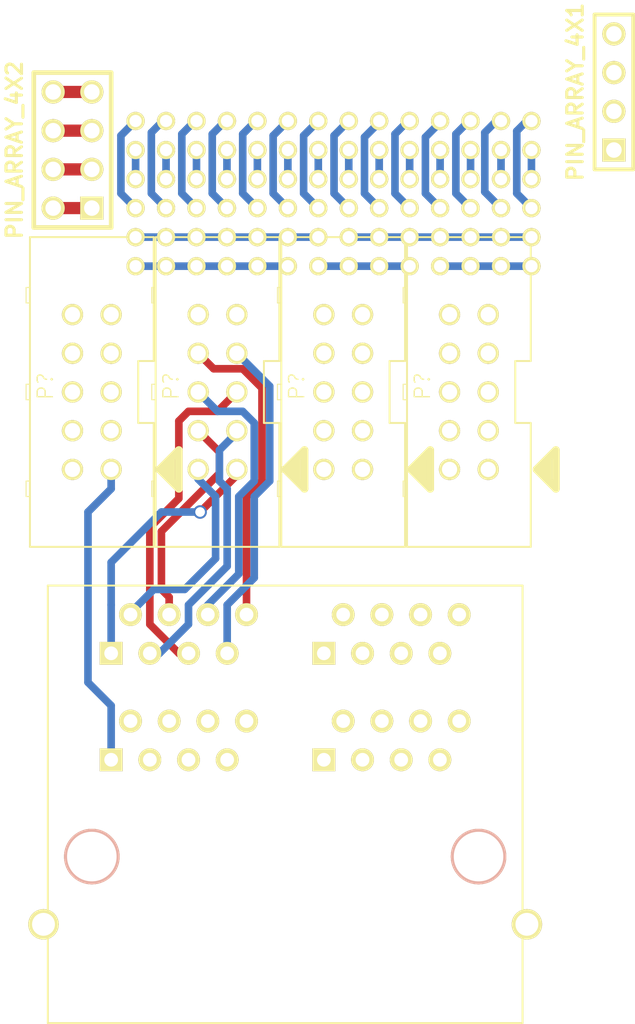
<source format=kicad_pcb>
(kicad_pcb (version 3) (host pcbnew "(2013-07-07 BZR 4022)-stable")

  (general
    (links 0)
    (no_connects 0)
    (area 91.8464 43.741623 135.4836 112.842501)
    (thickness 1.6)
    (drawings 0)
    (tracks 154)
    (zones 0)
    (modules 13)
    (nets 1)
  )

  (page A3)
  (layers
    (15 F.Cu signal)
    (0 B.Cu signal)
    (16 B.Adhes user)
    (17 F.Adhes user)
    (18 B.Paste user)
    (19 F.Paste user)
    (20 B.SilkS user)
    (21 F.SilkS user)
    (22 B.Mask user)
    (23 F.Mask user)
    (24 Dwgs.User user)
    (25 Cmts.User user)
    (26 Eco1.User user)
    (27 Eco2.User user)
    (28 Edge.Cuts user)
  )

  (setup
    (last_trace_width 0.5)
    (user_trace_width 0.5)
    (user_trace_width 0.8)
    (trace_clearance 0.254)
    (zone_clearance 0.508)
    (zone_45_only no)
    (trace_min 0.254)
    (segment_width 0.2)
    (edge_width 0.15)
    (via_size 0.889)
    (via_drill 0.635)
    (via_min_size 0.508)
    (via_min_drill 0.3)
    (user_via 0.508 0.3)
    (uvia_size 0.508)
    (uvia_drill 0.127)
    (uvias_allowed no)
    (uvia_min_size 0.508)
    (uvia_min_drill 0.127)
    (pcb_text_width 0.3)
    (pcb_text_size 1.5 1.5)
    (mod_edge_width 0.15)
    (mod_text_size 1.5 1.5)
    (mod_text_width 0.15)
    (pad_size 1.2 1.2)
    (pad_drill 0.8)
    (pad_to_mask_clearance 0.2)
    (aux_axis_origin 0 0)
    (visible_elements 7FFFFFFF)
    (pcbplotparams
      (layerselection 3178497)
      (usegerberextensions true)
      (excludeedgelayer true)
      (linewidth 0.100000)
      (plotframeref false)
      (viasonmask false)
      (mode 1)
      (useauxorigin false)
      (hpglpennumber 1)
      (hpglpenspeed 20)
      (hpglpendiameter 15)
      (hpglpenoverlay 2)
      (psnegative false)
      (psa4output false)
      (plotreference true)
      (plotvalue true)
      (plotothertext true)
      (plotinvisibletext false)
      (padsonsilk false)
      (subtractmaskfromsilk false)
      (outputformat 1)
      (mirror false)
      (drillshape 1)
      (scaleselection 1)
      (outputdirectory ""))
  )

  (net 0 "")

  (net_class Default "This is the default net class."
    (clearance 0.254)
    (trace_width 0.254)
    (via_dia 0.889)
    (via_drill 0.635)
    (uvia_dia 0.508)
    (uvia_drill 0.127)
    (add_net "")
  )

  (module FC_5X2   locked (layer F.Cu) (tedit 55464A84) (tstamp 5546A735)
    (at 106.045 71.12 90)
    (path FC_5X2)
    (attr virtual)
    (fp_text reference "" (at 3.81 -3.175 90) (layer F.SilkS) hide
      (effects (font (size 1 1) (thickness 0.0889)))
    )
    (fp_text value P? (at 0.381 -3.048 90) (layer F.SilkS)
      (effects (font (size 1.00076 1.00076) (thickness 0.0889)))
    )
    (fp_line (start -0.508 -4.064) (end 0.508 -4.064) (layer F.SilkS) (width 0.06604))
    (fp_line (start 0.508 -4.064) (end 0.508 -4.318) (layer F.SilkS) (width 0.06604))
    (fp_line (start -0.508 -4.318) (end 0.508 -4.318) (layer F.SilkS) (width 0.06604))
    (fp_line (start -0.508 -4.064) (end -0.508 -4.318) (layer F.SilkS) (width 0.06604))
    (fp_line (start -6.858 -4.064) (end -5.842 -4.064) (layer F.SilkS) (width 0.06604))
    (fp_line (start -5.842 -4.064) (end -5.842 -4.318) (layer F.SilkS) (width 0.06604))
    (fp_line (start -6.858 -4.318) (end -5.842 -4.318) (layer F.SilkS) (width 0.06604))
    (fp_line (start -6.858 -4.064) (end -6.858 -4.318) (layer F.SilkS) (width 0.06604))
    (fp_line (start 5.842 -4.064) (end 6.858 -4.064) (layer F.SilkS) (width 0.06604))
    (fp_line (start 6.858 -4.064) (end 6.858 -4.318) (layer F.SilkS) (width 0.06604))
    (fp_line (start 5.842 -4.318) (end 6.858 -4.318) (layer F.SilkS) (width 0.06604))
    (fp_line (start 5.842 -4.064) (end 5.842 -4.318) (layer F.SilkS) (width 0.06604))
    (fp_line (start 10.16 4.064) (end 10.16 -4.064) (layer F.SilkS) (width 0.127))
    (fp_line (start -10.16 -4.064) (end -10.16 4.064) (layer F.SilkS) (width 0.127))
    (fp_line (start -10.16 -4.064) (end 10.16 -4.064) (layer F.SilkS) (width 0.127))
    (fp_line (start 2.032 4.064) (end 2.032 3.048) (layer F.SilkS) (width 0.127))
    (fp_line (start 2.032 3.048) (end -2.032 3.048) (layer F.SilkS) (width 0.127))
    (fp_line (start -2.032 4.064) (end -2.032 3.048) (layer F.SilkS) (width 0.127))
    (fp_line (start 10.16 4.064) (end 2.032 4.064) (layer F.SilkS) (width 0.127))
    (fp_line (start -10.16 4.064) (end -2.032 4.064) (layer F.SilkS) (width 0.127))
    (fp_line (start -5.08 4.445) (end -6.35 5.715) (layer F.SilkS) (width 0.508))
    (fp_line (start -6.35 5.715) (end -3.81 5.715) (layer F.SilkS) (width 0.508))
    (fp_line (start -3.81 5.715) (end -5.08 4.445) (layer F.SilkS) (width 0.508))
    (fp_line (start -5.715 5.207) (end -4.445 5.207) (layer F.SilkS) (width 0.508))
    (fp_line (start -5.08 4.572) (end -5.08 4.953) (layer F.SilkS) (width 0.508))
    (pad 1 thru_hole circle (at -5.08 1.27 90) (size 1.397 2.794) (drill 0.99822)
      (layers *.Cu F.Paste F.SilkS F.Mask)
    )
    (pad 2 thru_hole circle (at -5.08 -1.27 90) (size 1.397 2.794) (drill 0.99822)
      (layers *.Cu F.Paste F.SilkS F.Mask)
    )
    (pad 3 thru_hole circle (at -2.54 1.27 90) (size 1.397 2.794) (drill 0.99822)
      (layers *.Cu F.Paste F.SilkS F.Mask)
    )
    (pad 4 thru_hole circle (at -2.54 -1.27 90) (size 1.397 2.794) (drill 0.99822)
      (layers *.Cu F.Paste F.SilkS F.Mask)
    )
    (pad 5 thru_hole circle (at 0 1.27 90) (size 1.397 2.794) (drill 0.99822)
      (layers *.Cu F.Paste F.SilkS F.Mask)
    )
    (pad 6 thru_hole circle (at 0 -1.27 90) (size 1.397 2.794) (drill 0.99822)
      (layers *.Cu F.Paste F.SilkS F.Mask)
    )
    (pad 7 thru_hole circle (at 2.54 1.27 90) (size 1.397 2.794) (drill 0.99822)
      (layers *.Cu F.Paste F.SilkS F.Mask)
    )
    (pad 8 thru_hole circle (at 2.54 -1.27 90) (size 1.397 2.794) (drill 0.99822)
      (layers *.Cu F.Paste F.SilkS F.Mask)
    )
    (pad 9 thru_hole circle (at 5.08 1.27 90) (size 1.397 2.794) (drill 0.99822)
      (layers *.Cu F.Paste F.SilkS F.Mask)
    )
    (pad 10 thru_hole circle (at 5.08 -1.27 90) (size 1.397 2.794) (drill 0.99822)
      (layers *.Cu F.Paste F.SilkS F.Mask)
    )
  )

  (module FC_5X2   locked (layer F.Cu) (tedit 55464A84) (tstamp 5546A782)
    (at 114.3 71.12 90)
    (path FC_5X2)
    (attr virtual)
    (fp_text reference "" (at 3.81 -3.175 90) (layer F.SilkS) hide
      (effects (font (size 1 1) (thickness 0.0889)))
    )
    (fp_text value P? (at 0.381 -3.048 90) (layer F.SilkS)
      (effects (font (size 1.00076 1.00076) (thickness 0.0889)))
    )
    (fp_line (start -0.508 -4.064) (end 0.508 -4.064) (layer F.SilkS) (width 0.06604))
    (fp_line (start 0.508 -4.064) (end 0.508 -4.318) (layer F.SilkS) (width 0.06604))
    (fp_line (start -0.508 -4.318) (end 0.508 -4.318) (layer F.SilkS) (width 0.06604))
    (fp_line (start -0.508 -4.064) (end -0.508 -4.318) (layer F.SilkS) (width 0.06604))
    (fp_line (start -6.858 -4.064) (end -5.842 -4.064) (layer F.SilkS) (width 0.06604))
    (fp_line (start -5.842 -4.064) (end -5.842 -4.318) (layer F.SilkS) (width 0.06604))
    (fp_line (start -6.858 -4.318) (end -5.842 -4.318) (layer F.SilkS) (width 0.06604))
    (fp_line (start -6.858 -4.064) (end -6.858 -4.318) (layer F.SilkS) (width 0.06604))
    (fp_line (start 5.842 -4.064) (end 6.858 -4.064) (layer F.SilkS) (width 0.06604))
    (fp_line (start 6.858 -4.064) (end 6.858 -4.318) (layer F.SilkS) (width 0.06604))
    (fp_line (start 5.842 -4.318) (end 6.858 -4.318) (layer F.SilkS) (width 0.06604))
    (fp_line (start 5.842 -4.064) (end 5.842 -4.318) (layer F.SilkS) (width 0.06604))
    (fp_line (start 10.16 4.064) (end 10.16 -4.064) (layer F.SilkS) (width 0.127))
    (fp_line (start -10.16 -4.064) (end -10.16 4.064) (layer F.SilkS) (width 0.127))
    (fp_line (start -10.16 -4.064) (end 10.16 -4.064) (layer F.SilkS) (width 0.127))
    (fp_line (start 2.032 4.064) (end 2.032 3.048) (layer F.SilkS) (width 0.127))
    (fp_line (start 2.032 3.048) (end -2.032 3.048) (layer F.SilkS) (width 0.127))
    (fp_line (start -2.032 4.064) (end -2.032 3.048) (layer F.SilkS) (width 0.127))
    (fp_line (start 10.16 4.064) (end 2.032 4.064) (layer F.SilkS) (width 0.127))
    (fp_line (start -10.16 4.064) (end -2.032 4.064) (layer F.SilkS) (width 0.127))
    (fp_line (start -5.08 4.445) (end -6.35 5.715) (layer F.SilkS) (width 0.508))
    (fp_line (start -6.35 5.715) (end -3.81 5.715) (layer F.SilkS) (width 0.508))
    (fp_line (start -3.81 5.715) (end -5.08 4.445) (layer F.SilkS) (width 0.508))
    (fp_line (start -5.715 5.207) (end -4.445 5.207) (layer F.SilkS) (width 0.508))
    (fp_line (start -5.08 4.572) (end -5.08 4.953) (layer F.SilkS) (width 0.508))
    (pad 1 thru_hole circle (at -5.08 1.27 90) (size 1.397 2.794) (drill 0.99822)
      (layers *.Cu F.Paste F.SilkS F.Mask)
    )
    (pad 2 thru_hole circle (at -5.08 -1.27 90) (size 1.397 2.794) (drill 0.99822)
      (layers *.Cu F.Paste F.SilkS F.Mask)
    )
    (pad 3 thru_hole circle (at -2.54 1.27 90) (size 1.397 2.794) (drill 0.99822)
      (layers *.Cu F.Paste F.SilkS F.Mask)
    )
    (pad 4 thru_hole circle (at -2.54 -1.27 90) (size 1.397 2.794) (drill 0.99822)
      (layers *.Cu F.Paste F.SilkS F.Mask)
    )
    (pad 5 thru_hole circle (at 0 1.27 90) (size 1.397 2.794) (drill 0.99822)
      (layers *.Cu F.Paste F.SilkS F.Mask)
    )
    (pad 6 thru_hole circle (at 0 -1.27 90) (size 1.397 2.794) (drill 0.99822)
      (layers *.Cu F.Paste F.SilkS F.Mask)
    )
    (pad 7 thru_hole circle (at 2.54 1.27 90) (size 1.397 2.794) (drill 0.99822)
      (layers *.Cu F.Paste F.SilkS F.Mask)
    )
    (pad 8 thru_hole circle (at 2.54 -1.27 90) (size 1.397 2.794) (drill 0.99822)
      (layers *.Cu F.Paste F.SilkS F.Mask)
    )
    (pad 9 thru_hole circle (at 5.08 1.27 90) (size 1.397 2.794) (drill 0.99822)
      (layers *.Cu F.Paste F.SilkS F.Mask)
    )
    (pad 10 thru_hole circle (at 5.08 -1.27 90) (size 1.397 2.794) (drill 0.99822)
      (layers *.Cu F.Paste F.SilkS F.Mask)
    )
  )

  (module FC_5X2   locked (layer F.Cu) (tedit 55464A84) (tstamp 5546A7CF)
    (at 97.79 71.12 90)
    (path FC_5X2)
    (attr virtual)
    (fp_text reference "" (at 3.81 -3.175 90) (layer F.SilkS) hide
      (effects (font (size 1 1) (thickness 0.0889)))
    )
    (fp_text value P? (at 0.381 -3.048 90) (layer F.SilkS)
      (effects (font (size 1.00076 1.00076) (thickness 0.0889)))
    )
    (fp_line (start -0.508 -4.064) (end 0.508 -4.064) (layer F.SilkS) (width 0.06604))
    (fp_line (start 0.508 -4.064) (end 0.508 -4.318) (layer F.SilkS) (width 0.06604))
    (fp_line (start -0.508 -4.318) (end 0.508 -4.318) (layer F.SilkS) (width 0.06604))
    (fp_line (start -0.508 -4.064) (end -0.508 -4.318) (layer F.SilkS) (width 0.06604))
    (fp_line (start -6.858 -4.064) (end -5.842 -4.064) (layer F.SilkS) (width 0.06604))
    (fp_line (start -5.842 -4.064) (end -5.842 -4.318) (layer F.SilkS) (width 0.06604))
    (fp_line (start -6.858 -4.318) (end -5.842 -4.318) (layer F.SilkS) (width 0.06604))
    (fp_line (start -6.858 -4.064) (end -6.858 -4.318) (layer F.SilkS) (width 0.06604))
    (fp_line (start 5.842 -4.064) (end 6.858 -4.064) (layer F.SilkS) (width 0.06604))
    (fp_line (start 6.858 -4.064) (end 6.858 -4.318) (layer F.SilkS) (width 0.06604))
    (fp_line (start 5.842 -4.318) (end 6.858 -4.318) (layer F.SilkS) (width 0.06604))
    (fp_line (start 5.842 -4.064) (end 5.842 -4.318) (layer F.SilkS) (width 0.06604))
    (fp_line (start 10.16 4.064) (end 10.16 -4.064) (layer F.SilkS) (width 0.127))
    (fp_line (start -10.16 -4.064) (end -10.16 4.064) (layer F.SilkS) (width 0.127))
    (fp_line (start -10.16 -4.064) (end 10.16 -4.064) (layer F.SilkS) (width 0.127))
    (fp_line (start 2.032 4.064) (end 2.032 3.048) (layer F.SilkS) (width 0.127))
    (fp_line (start 2.032 3.048) (end -2.032 3.048) (layer F.SilkS) (width 0.127))
    (fp_line (start -2.032 4.064) (end -2.032 3.048) (layer F.SilkS) (width 0.127))
    (fp_line (start 10.16 4.064) (end 2.032 4.064) (layer F.SilkS) (width 0.127))
    (fp_line (start -10.16 4.064) (end -2.032 4.064) (layer F.SilkS) (width 0.127))
    (fp_line (start -5.08 4.445) (end -6.35 5.715) (layer F.SilkS) (width 0.508))
    (fp_line (start -6.35 5.715) (end -3.81 5.715) (layer F.SilkS) (width 0.508))
    (fp_line (start -3.81 5.715) (end -5.08 4.445) (layer F.SilkS) (width 0.508))
    (fp_line (start -5.715 5.207) (end -4.445 5.207) (layer F.SilkS) (width 0.508))
    (fp_line (start -5.08 4.572) (end -5.08 4.953) (layer F.SilkS) (width 0.508))
    (pad 1 thru_hole circle (at -5.08 1.27 90) (size 1.397 2.794) (drill 0.99822)
      (layers *.Cu F.Paste F.SilkS F.Mask)
    )
    (pad 2 thru_hole circle (at -5.08 -1.27 90) (size 1.397 2.794) (drill 0.99822)
      (layers *.Cu F.Paste F.SilkS F.Mask)
    )
    (pad 3 thru_hole circle (at -2.54 1.27 90) (size 1.397 2.794) (drill 0.99822)
      (layers *.Cu F.Paste F.SilkS F.Mask)
    )
    (pad 4 thru_hole circle (at -2.54 -1.27 90) (size 1.397 2.794) (drill 0.99822)
      (layers *.Cu F.Paste F.SilkS F.Mask)
    )
    (pad 5 thru_hole circle (at 0 1.27 90) (size 1.397 2.794) (drill 0.99822)
      (layers *.Cu F.Paste F.SilkS F.Mask)
    )
    (pad 6 thru_hole circle (at 0 -1.27 90) (size 1.397 2.794) (drill 0.99822)
      (layers *.Cu F.Paste F.SilkS F.Mask)
    )
    (pad 7 thru_hole circle (at 2.54 1.27 90) (size 1.397 2.794) (drill 0.99822)
      (layers *.Cu F.Paste F.SilkS F.Mask)
    )
    (pad 8 thru_hole circle (at 2.54 -1.27 90) (size 1.397 2.794) (drill 0.99822)
      (layers *.Cu F.Paste F.SilkS F.Mask)
    )
    (pad 9 thru_hole circle (at 5.08 1.27 90) (size 1.397 2.794) (drill 0.99822)
      (layers *.Cu F.Paste F.SilkS F.Mask)
    )
    (pad 10 thru_hole circle (at 5.08 -1.27 90) (size 1.397 2.794) (drill 0.99822)
      (layers *.Cu F.Paste F.SilkS F.Mask)
    )
  )

  (module FC_5X2   locked (layer F.Cu) (tedit 55464A84) (tstamp 5546A81C)
    (at 122.555 71.12 90)
    (path FC_5X2)
    (attr virtual)
    (fp_text reference "" (at 3.81 -3.175 90) (layer F.SilkS) hide
      (effects (font (size 1 1) (thickness 0.0889)))
    )
    (fp_text value P? (at 0.381 -3.048 90) (layer F.SilkS)
      (effects (font (size 1.00076 1.00076) (thickness 0.0889)))
    )
    (fp_line (start -0.508 -4.064) (end 0.508 -4.064) (layer F.SilkS) (width 0.06604))
    (fp_line (start 0.508 -4.064) (end 0.508 -4.318) (layer F.SilkS) (width 0.06604))
    (fp_line (start -0.508 -4.318) (end 0.508 -4.318) (layer F.SilkS) (width 0.06604))
    (fp_line (start -0.508 -4.064) (end -0.508 -4.318) (layer F.SilkS) (width 0.06604))
    (fp_line (start -6.858 -4.064) (end -5.842 -4.064) (layer F.SilkS) (width 0.06604))
    (fp_line (start -5.842 -4.064) (end -5.842 -4.318) (layer F.SilkS) (width 0.06604))
    (fp_line (start -6.858 -4.318) (end -5.842 -4.318) (layer F.SilkS) (width 0.06604))
    (fp_line (start -6.858 -4.064) (end -6.858 -4.318) (layer F.SilkS) (width 0.06604))
    (fp_line (start 5.842 -4.064) (end 6.858 -4.064) (layer F.SilkS) (width 0.06604))
    (fp_line (start 6.858 -4.064) (end 6.858 -4.318) (layer F.SilkS) (width 0.06604))
    (fp_line (start 5.842 -4.318) (end 6.858 -4.318) (layer F.SilkS) (width 0.06604))
    (fp_line (start 5.842 -4.064) (end 5.842 -4.318) (layer F.SilkS) (width 0.06604))
    (fp_line (start 10.16 4.064) (end 10.16 -4.064) (layer F.SilkS) (width 0.127))
    (fp_line (start -10.16 -4.064) (end -10.16 4.064) (layer F.SilkS) (width 0.127))
    (fp_line (start -10.16 -4.064) (end 10.16 -4.064) (layer F.SilkS) (width 0.127))
    (fp_line (start 2.032 4.064) (end 2.032 3.048) (layer F.SilkS) (width 0.127))
    (fp_line (start 2.032 3.048) (end -2.032 3.048) (layer F.SilkS) (width 0.127))
    (fp_line (start -2.032 4.064) (end -2.032 3.048) (layer F.SilkS) (width 0.127))
    (fp_line (start 10.16 4.064) (end 2.032 4.064) (layer F.SilkS) (width 0.127))
    (fp_line (start -10.16 4.064) (end -2.032 4.064) (layer F.SilkS) (width 0.127))
    (fp_line (start -5.08 4.445) (end -6.35 5.715) (layer F.SilkS) (width 0.508))
    (fp_line (start -6.35 5.715) (end -3.81 5.715) (layer F.SilkS) (width 0.508))
    (fp_line (start -3.81 5.715) (end -5.08 4.445) (layer F.SilkS) (width 0.508))
    (fp_line (start -5.715 5.207) (end -4.445 5.207) (layer F.SilkS) (width 0.508))
    (fp_line (start -5.08 4.572) (end -5.08 4.953) (layer F.SilkS) (width 0.508))
    (pad 1 thru_hole circle (at -5.08 1.27 90) (size 1.397 2.794) (drill 0.99822)
      (layers *.Cu F.Paste F.SilkS F.Mask)
    )
    (pad 2 thru_hole circle (at -5.08 -1.27 90) (size 1.397 2.794) (drill 0.99822)
      (layers *.Cu F.Paste F.SilkS F.Mask)
    )
    (pad 3 thru_hole circle (at -2.54 1.27 90) (size 1.397 2.794) (drill 0.99822)
      (layers *.Cu F.Paste F.SilkS F.Mask)
    )
    (pad 4 thru_hole circle (at -2.54 -1.27 90) (size 1.397 2.794) (drill 0.99822)
      (layers *.Cu F.Paste F.SilkS F.Mask)
    )
    (pad 5 thru_hole circle (at 0 1.27 90) (size 1.397 2.794) (drill 0.99822)
      (layers *.Cu F.Paste F.SilkS F.Mask)
    )
    (pad 6 thru_hole circle (at 0 -1.27 90) (size 1.397 2.794) (drill 0.99822)
      (layers *.Cu F.Paste F.SilkS F.Mask)
    )
    (pad 7 thru_hole circle (at 2.54 1.27 90) (size 1.397 2.794) (drill 0.99822)
      (layers *.Cu F.Paste F.SilkS F.Mask)
    )
    (pad 8 thru_hole circle (at 2.54 -1.27 90) (size 1.397 2.794) (drill 0.99822)
      (layers *.Cu F.Paste F.SilkS F.Mask)
    )
    (pad 9 thru_hole circle (at 5.08 1.27 90) (size 1.397 2.794) (drill 0.99822)
      (layers *.Cu F.Paste F.SilkS F.Mask)
    )
    (pad 10 thru_hole circle (at 5.08 -1.27 90) (size 1.397 2.794) (drill 0.99822)
      (layers *.Cu F.Paste F.SilkS F.Mask)
    )
  )

  (module RJ45_2X2   locked (layer F.Cu) (tedit 554251B7) (tstamp 55470EEA)
    (at 110.49 99.06)
    (tags RJ45_2X2)
    (path /534EB5C5)
    (fp_text reference J? (at 0.254 4.826) (layer F.SilkS) hide
      (effects (font (size 1.524 1.524) (thickness 0.3048)))
    )
    (fp_text value RJ45_2x2 (at 0.14224 -0.1016) (layer F.SilkS) hide
      (effects (font (size 1.00076 1.00076) (thickness 0.2032)))
    )
    (fp_line (start -15.59 13.465) (end 15.59 13.465) (layer F.SilkS) (width 0.127))
    (fp_line (start 15.59 13.465) (end 15.59 -15.24) (layer F.SilkS) (width 0.127))
    (fp_line (start 15.59 -15.24) (end -15.59 -15.24) (layer F.SilkS) (width 0.127))
    (fp_line (start -15.59 -15.24) (end -15.59 13.465) (layer F.SilkS) (width 0.127))
    (pad 1 thru_hole rect (at -11.43 -10.795) (size 1.50114 1.50114) (drill 0.89916)
      (layers *.Cu *.Mask F.SilkS)
    )
    (pad 2 thru_hole circle (at -10.16 -13.335) (size 1.50114 1.50114) (drill 0.89916)
      (layers *.Cu *.Mask F.SilkS)
    )
    (pad 3 thru_hole circle (at -8.89 -10.795) (size 1.50114 1.50114) (drill 0.89916)
      (layers *.Cu *.Mask F.SilkS)
    )
    (pad 4 thru_hole circle (at -7.62 -13.335) (size 1.50114 1.50114) (drill 0.89916)
      (layers *.Cu *.Mask F.SilkS)
    )
    (pad 5 thru_hole circle (at -6.35 -10.795) (size 1.50114 1.50114) (drill 0.89916)
      (layers *.Cu *.Mask F.SilkS)
    )
    (pad 6 thru_hole circle (at -5.08 -13.335) (size 1.50114 1.50114) (drill 0.89916)
      (layers *.Cu *.Mask F.SilkS)
    )
    (pad 7 thru_hole circle (at -3.81 -10.795) (size 1.50114 1.50114) (drill 0.89916)
      (layers *.Cu *.Mask F.SilkS)
    )
    (pad 8 thru_hole circle (at -2.54 -13.335) (size 1.50114 1.50114) (drill 0.89916)
      (layers *.Cu *.Mask F.SilkS)
    )
    (pad 9 thru_hole rect (at -11.43 -3.81) (size 1.50114 1.50114) (drill 0.89916)
      (layers *.Cu *.Mask F.SilkS)
    )
    (pad 10 thru_hole circle (at -10.16 -6.35) (size 1.50114 1.50114) (drill 0.89916)
      (layers *.Cu *.Mask F.SilkS)
    )
    (pad 11 thru_hole circle (at -8.89 -3.81) (size 1.50114 1.50114) (drill 0.89916)
      (layers *.Cu *.Mask F.SilkS)
    )
    (pad 12 thru_hole circle (at -7.62 -6.35) (size 1.50114 1.50114) (drill 0.89916)
      (layers *.Cu *.Mask F.SilkS)
    )
    (pad 13 thru_hole circle (at -6.35 -3.81) (size 1.50114 1.50114) (drill 0.89916)
      (layers *.Cu *.Mask F.SilkS)
    )
    (pad 14 thru_hole circle (at -5.08 -6.35) (size 1.50114 1.50114) (drill 0.89916)
      (layers *.Cu *.Mask F.SilkS)
    )
    (pad 15 thru_hole circle (at -3.81 -3.81) (size 1.50114 1.50114) (drill 0.89916)
      (layers *.Cu *.Mask F.SilkS)
    )
    (pad 16 thru_hole circle (at -2.54 -6.35) (size 1.50114 1.50114) (drill 0.89916)
      (layers *.Cu *.Mask F.SilkS)
    )
    (pad 17 thru_hole rect (at 2.54 -10.795) (size 1.50114 1.50114) (drill 0.89916)
      (layers *.Cu *.Mask F.SilkS)
    )
    (pad 18 thru_hole circle (at 3.81 -13.335) (size 1.50114 1.50114) (drill 0.89916)
      (layers *.Cu *.Mask F.SilkS)
    )
    (pad 19 thru_hole circle (at 5.08 -10.795) (size 1.50114 1.50114) (drill 0.89916)
      (layers *.Cu *.Mask F.SilkS)
    )
    (pad 20 thru_hole circle (at 6.35 -13.335) (size 1.50114 1.50114) (drill 0.89916)
      (layers *.Cu *.Mask F.SilkS)
    )
    (pad 21 thru_hole circle (at 7.62 -10.795) (size 1.50114 1.50114) (drill 0.89916)
      (layers *.Cu *.Mask F.SilkS)
    )
    (pad 22 thru_hole circle (at 8.89 -13.335) (size 1.50114 1.50114) (drill 0.89916)
      (layers *.Cu *.Mask F.SilkS)
    )
    (pad 23 thru_hole circle (at 10.16 -10.795) (size 1.50114 1.50114) (drill 0.89916)
      (layers *.Cu *.Mask F.SilkS)
    )
    (pad 24 thru_hole circle (at 11.43 -13.335) (size 1.50114 1.50114) (drill 0.89916)
      (layers *.Cu *.Mask F.SilkS)
    )
    (pad 25 thru_hole rect (at 2.54 -3.81) (size 1.50114 1.50114) (drill 0.89916)
      (layers *.Cu *.Mask F.SilkS)
    )
    (pad 26 thru_hole circle (at 3.81 -6.35) (size 1.50114 1.50114) (drill 0.89916)
      (layers *.Cu *.Mask F.SilkS)
    )
    (pad 27 thru_hole circle (at 5.08 -3.81) (size 1.50114 1.50114) (drill 0.89916)
      (layers *.Cu *.Mask F.SilkS)
    )
    (pad 28 thru_hole circle (at 6.35 -6.35) (size 1.50114 1.50114) (drill 0.89916)
      (layers *.Cu *.Mask F.SilkS)
    )
    (pad 29 thru_hole circle (at 7.62 -3.81) (size 1.50114 1.50114) (drill 0.89916)
      (layers *.Cu *.Mask F.SilkS)
    )
    (pad 30 thru_hole circle (at 8.89 -6.35) (size 1.50114 1.50114) (drill 0.89916)
      (layers *.Cu *.Mask F.SilkS)
    )
    (pad 31 thru_hole circle (at 10.16 -3.81) (size 1.50114 1.50114) (drill 0.89916)
      (layers *.Cu *.Mask F.SilkS)
    )
    (pad 32 thru_hole circle (at 11.43 -6.35) (size 1.50114 1.50114) (drill 0.89916)
      (layers *.Cu *.Mask F.SilkS)
    )
    (pad 33 thru_hole circle (at -15.875 6.985) (size 2 2) (drill 1.5)
      (layers *.Cu *.Mask F.SilkS)
    )
    (pad 34 thru_hole circle (at 15.875 6.985) (size 2 2) (drill 1.5)
      (layers *.Cu *.Mask F.SilkS)
    )
    (pad Hole np_thru_hole circle (at 12.7 2.54) (size 3.64998 3.64998) (drill 3.2512)
      (layers *.Cu *.SilkS *.Mask)
    )
    (pad Hole np_thru_hole circle (at -12.7 2.54) (size 3.64998 3.64998) (drill 3.2512)
      (layers *.Cu *.SilkS *.Mask)
    )
  )

  (module pin_array_4x2 (layer F.Cu) (tedit 3FAB90E6) (tstamp 5547AFB3)
    (at 96.52 55.245 90)
    (descr "Double rangee de contacts 2 x 4 pins")
    (tags CONN)
    (fp_text reference PIN_ARRAY_4X2 (at 0 -3.81 90) (layer F.SilkS)
      (effects (font (size 1.016 1.016) (thickness 0.2032)))
    )
    (fp_text value Val** (at 0 3.81 90) (layer F.SilkS) hide
      (effects (font (size 1.016 1.016) (thickness 0.2032)))
    )
    (fp_line (start -5.08 -2.54) (end 5.08 -2.54) (layer F.SilkS) (width 0.3048))
    (fp_line (start 5.08 -2.54) (end 5.08 2.54) (layer F.SilkS) (width 0.3048))
    (fp_line (start 5.08 2.54) (end -5.08 2.54) (layer F.SilkS) (width 0.3048))
    (fp_line (start -5.08 2.54) (end -5.08 -2.54) (layer F.SilkS) (width 0.3048))
    (pad 1 thru_hole rect (at -3.81 1.27 90) (size 1.524 1.524) (drill 1.016)
      (layers *.Cu *.Mask F.SilkS)
    )
    (pad 2 thru_hole circle (at -3.81 -1.27 90) (size 1.524 1.524) (drill 1.016)
      (layers *.Cu *.Mask F.SilkS)
    )
    (pad 3 thru_hole circle (at -1.27 1.27 90) (size 1.524 1.524) (drill 1.016)
      (layers *.Cu *.Mask F.SilkS)
    )
    (pad 4 thru_hole circle (at -1.27 -1.27 90) (size 1.524 1.524) (drill 1.016)
      (layers *.Cu *.Mask F.SilkS)
    )
    (pad 5 thru_hole circle (at 1.27 1.27 90) (size 1.524 1.524) (drill 1.016)
      (layers *.Cu *.Mask F.SilkS)
    )
    (pad 6 thru_hole circle (at 1.27 -1.27 90) (size 1.524 1.524) (drill 1.016)
      (layers *.Cu *.Mask F.SilkS)
    )
    (pad 7 thru_hole circle (at 3.81 1.27 90) (size 1.524 1.524) (drill 1.016)
      (layers *.Cu *.Mask F.SilkS)
    )
    (pad 8 thru_hole circle (at 3.81 -1.27 90) (size 1.524 1.524) (drill 1.016)
      (layers *.Cu *.Mask F.SilkS)
    )
    (model pin_array/pins_array_4x2.wrl
      (at (xyz 0 0 0))
      (scale (xyz 1 1 1))
      (rotate (xyz 0 0 0))
    )
  )

  (module PIN_ARRAY_4x1 (layer F.Cu) (tedit 4C10F42E) (tstamp 5547B162)
    (at 132.08 51.435 90)
    (descr "Double rangee de contacts 2 x 5 pins")
    (tags CONN)
    (fp_text reference PIN_ARRAY_4X1 (at 0 -2.54 90) (layer F.SilkS)
      (effects (font (size 1.016 1.016) (thickness 0.2032)))
    )
    (fp_text value Val** (at 0 2.54 90) (layer F.SilkS) hide
      (effects (font (size 1.016 1.016) (thickness 0.2032)))
    )
    (fp_line (start 5.08 1.27) (end -5.08 1.27) (layer F.SilkS) (width 0.254))
    (fp_line (start 5.08 -1.27) (end -5.08 -1.27) (layer F.SilkS) (width 0.254))
    (fp_line (start -5.08 -1.27) (end -5.08 1.27) (layer F.SilkS) (width 0.254))
    (fp_line (start 5.08 1.27) (end 5.08 -1.27) (layer F.SilkS) (width 0.254))
    (pad 1 thru_hole rect (at -3.81 0 90) (size 1.524 1.524) (drill 1.016)
      (layers *.Cu *.Mask F.SilkS)
    )
    (pad 2 thru_hole circle (at -1.27 0 90) (size 1.524 1.524) (drill 1.016)
      (layers *.Cu *.Mask F.SilkS)
    )
    (pad 3 thru_hole circle (at 1.27 0 90) (size 1.524 1.524) (drill 1.016)
      (layers *.Cu *.Mask F.SilkS)
    )
    (pad 4 thru_hole circle (at 3.81 0 90) (size 1.524 1.524) (drill 1.016)
      (layers *.Cu *.Mask F.SilkS)
    )
    (model pin_array\pins_array_4x1.wrl
      (at (xyz 0 0 0))
      (scale (xyz 1 1 1))
      (rotate (xyz 0 0 0))
    )
  )

  (module ROW10_2mm (layer F.Cu) (tedit 55476A2A) (tstamp 5547B6FC)
    (at 113.665 62.865)
    (descr "Double rangee de contacts 2 x 8 pins")
    (tags CONN)
    (path /4F6344A8)
    (fp_text reference P? (at 3.5 1.5) (layer F.SilkS) hide
      (effects (font (size 0.8001 0.5) (thickness 0.1)))
    )
    (fp_text value ROW10_2mm (at -1 1.5) (layer F.SilkS) hide
      (effects (font (size 0.8 0.5) (thickness 0.1)))
    )
    (pad 11 thru_hole circle (at 7 0) (size 1.2 1.2) (drill 0.8)
      (layers *.Cu *.Mask F.SilkS)
      (solder_mask_margin 0.1)
      (solder_paste_margin -0.1)
      (clearance 0.1)
    )
    (pad 12 thru_hole circle (at 9 0) (size 1.2 1.2) (drill 0.8)
      (layers *.Cu *.Mask F.SilkS)
      (solder_mask_margin 0.1)
      (solder_paste_margin -0.1)
      (clearance 0.1)
    )
    (pad 14 thru_hole circle (at 13 0) (size 1.2 1.2) (drill 0.8)
      (layers *.Cu *.Mask F.SilkS)
      (solder_mask_margin 0.1)
      (solder_paste_margin -0.1)
      (clearance 0.1)
    )
    (pad 13 thru_hole circle (at 11 0) (size 1.2 1.2) (drill 0.8)
      (layers *.Cu *.Mask F.SilkS)
      (solder_mask_margin 0.1)
      (solder_paste_margin -0.1)
      (clearance 0.1)
    )
    (pad 1 thru_hole circle (at -13 0) (size 1.2 1.2) (drill 0.8)
      (layers *.Cu *.Mask F.SilkS)
      (solder_mask_margin 0.1)
      (solder_paste_margin -0.1)
      (clearance 0.1)
    )
    (pad 2 thru_hole circle (at -11 0) (size 1.2 1.2) (drill 0.8)
      (layers *.Cu *.Mask F.SilkS)
      (solder_mask_margin 0.1)
      (solder_paste_margin -0.1)
      (clearance 0.1)
    )
    (pad 3 thru_hole circle (at -9 0) (size 1.2 1.2) (drill 0.8)
      (layers *.Cu *.Mask F.SilkS)
      (solder_mask_margin 0.1)
      (solder_paste_margin -0.1)
      (clearance 0.1)
    )
    (pad 4 thru_hole circle (at -7 0) (size 1.2 1.2) (drill 0.8)
      (layers *.Cu *.Mask F.SilkS)
      (solder_mask_margin 0.1)
      (solder_paste_margin -0.1)
      (clearance 0.1)
    )
    (pad 5 thru_hole circle (at -5 0) (size 1.2 1.2) (drill 0.8)
      (layers *.Cu *.Mask F.SilkS)
      (solder_mask_margin 0.1)
      (solder_paste_margin -0.1)
      (clearance 0.1)
    )
    (pad 6 thru_hole circle (at -3 0) (size 1.2 1.2) (drill 0.8)
      (layers *.Cu *.Mask F.SilkS)
      (solder_mask_margin 0.1)
      (solder_paste_margin -0.1)
      (clearance 0.1)
    )
    (pad 7 thru_hole circle (at -1 0) (size 1.2 1.2) (drill 0.8)
      (layers *.Cu *.Mask F.SilkS)
      (solder_mask_margin 0.1)
      (solder_paste_margin -0.1)
      (clearance 0.1)
    )
    (pad 8 thru_hole circle (at 1 0) (size 1.2 1.2) (drill 0.8)
      (layers *.Cu *.Mask F.SilkS)
      (solder_mask_margin 0.1)
      (solder_paste_margin -0.1)
      (clearance 0.1)
    )
    (pad 9 thru_hole circle (at 3 0) (size 1.2 1.2) (drill 0.8)
      (layers *.Cu *.Mask F.SilkS)
      (solder_mask_margin 0.1)
      (solder_paste_margin -0.1)
      (clearance 0.1)
    )
    (pad 10 thru_hole circle (at 5 0) (size 1.2 1.2) (drill 0.8)
      (layers *.Cu *.Mask F.SilkS)
      (solder_mask_margin 0.1)
      (solder_paste_margin -0.1)
      (clearance 0.1)
    )
  )

  (module ROW10_2mm (layer F.Cu) (tedit 55476A2A) (tstamp 5547B754)
    (at 113.665 60.96)
    (descr "Double rangee de contacts 2 x 8 pins")
    (tags CONN)
    (path /4F6344A8)
    (fp_text reference P? (at 3.5 1.5) (layer F.SilkS) hide
      (effects (font (size 0.8001 0.5) (thickness 0.1)))
    )
    (fp_text value ROW10_2mm (at -1 1.5) (layer F.SilkS) hide
      (effects (font (size 0.8 0.5) (thickness 0.1)))
    )
    (pad 11 thru_hole circle (at 7 0) (size 1.2 1.2) (drill 0.8)
      (layers *.Cu *.Mask F.SilkS)
      (solder_mask_margin 0.1)
      (solder_paste_margin -0.1)
      (clearance 0.1)
    )
    (pad 12 thru_hole circle (at 9 0) (size 1.2 1.2) (drill 0.8)
      (layers *.Cu *.Mask F.SilkS)
      (solder_mask_margin 0.1)
      (solder_paste_margin -0.1)
      (clearance 0.1)
    )
    (pad 14 thru_hole circle (at 13 0) (size 1.2 1.2) (drill 0.8)
      (layers *.Cu *.Mask F.SilkS)
      (solder_mask_margin 0.1)
      (solder_paste_margin -0.1)
      (clearance 0.1)
    )
    (pad 13 thru_hole circle (at 11 0) (size 1.2 1.2) (drill 0.8)
      (layers *.Cu *.Mask F.SilkS)
      (solder_mask_margin 0.1)
      (solder_paste_margin -0.1)
      (clearance 0.1)
    )
    (pad 1 thru_hole circle (at -13 0) (size 1.2 1.2) (drill 0.8)
      (layers *.Cu *.Mask F.SilkS)
      (solder_mask_margin 0.1)
      (solder_paste_margin -0.1)
      (clearance 0.1)
    )
    (pad 2 thru_hole circle (at -11 0) (size 1.2 1.2) (drill 0.8)
      (layers *.Cu *.Mask F.SilkS)
      (solder_mask_margin 0.1)
      (solder_paste_margin -0.1)
      (clearance 0.1)
    )
    (pad 3 thru_hole circle (at -9 0) (size 1.2 1.2) (drill 0.8)
      (layers *.Cu *.Mask F.SilkS)
      (solder_mask_margin 0.1)
      (solder_paste_margin -0.1)
      (clearance 0.1)
    )
    (pad 4 thru_hole circle (at -7 0) (size 1.2 1.2) (drill 0.8)
      (layers *.Cu *.Mask F.SilkS)
      (solder_mask_margin 0.1)
      (solder_paste_margin -0.1)
      (clearance 0.1)
    )
    (pad 5 thru_hole circle (at -5 0) (size 1.2 1.2) (drill 0.8)
      (layers *.Cu *.Mask F.SilkS)
      (solder_mask_margin 0.1)
      (solder_paste_margin -0.1)
      (clearance 0.1)
    )
    (pad 6 thru_hole circle (at -3 0) (size 1.2 1.2) (drill 0.8)
      (layers *.Cu *.Mask F.SilkS)
      (solder_mask_margin 0.1)
      (solder_paste_margin -0.1)
      (clearance 0.1)
    )
    (pad 7 thru_hole circle (at -1 0) (size 1.2 1.2) (drill 0.8)
      (layers *.Cu *.Mask F.SilkS)
      (solder_mask_margin 0.1)
      (solder_paste_margin -0.1)
      (clearance 0.1)
    )
    (pad 8 thru_hole circle (at 1 0) (size 1.2 1.2) (drill 0.8)
      (layers *.Cu *.Mask F.SilkS)
      (solder_mask_margin 0.1)
      (solder_paste_margin -0.1)
      (clearance 0.1)
    )
    (pad 9 thru_hole circle (at 3 0) (size 1.2 1.2) (drill 0.8)
      (layers *.Cu *.Mask F.SilkS)
      (solder_mask_margin 0.1)
      (solder_paste_margin -0.1)
      (clearance 0.1)
    )
    (pad 10 thru_hole circle (at 5 0) (size 1.2 1.2) (drill 0.8)
      (layers *.Cu *.Mask F.SilkS)
      (solder_mask_margin 0.1)
      (solder_paste_margin -0.1)
      (clearance 0.1)
    )
  )

  (module ROW10_2mm (layer F.Cu) (tedit 55476A2A) (tstamp 5547B777)
    (at 113.665 59.055)
    (descr "Double rangee de contacts 2 x 8 pins")
    (tags CONN)
    (path /4F6344A8)
    (fp_text reference P? (at 3.5 1.5) (layer F.SilkS) hide
      (effects (font (size 0.8001 0.5) (thickness 0.1)))
    )
    (fp_text value ROW10_2mm (at -1 1.5) (layer F.SilkS) hide
      (effects (font (size 0.8 0.5) (thickness 0.1)))
    )
    (pad 11 thru_hole circle (at 7 0) (size 1.2 1.2) (drill 0.8)
      (layers *.Cu *.Mask F.SilkS)
      (solder_mask_margin 0.1)
      (solder_paste_margin -0.1)
      (clearance 0.1)
    )
    (pad 12 thru_hole circle (at 9 0) (size 1.2 1.2) (drill 0.8)
      (layers *.Cu *.Mask F.SilkS)
      (solder_mask_margin 0.1)
      (solder_paste_margin -0.1)
      (clearance 0.1)
    )
    (pad 14 thru_hole circle (at 13 0) (size 1.2 1.2) (drill 0.8)
      (layers *.Cu *.Mask F.SilkS)
      (solder_mask_margin 0.1)
      (solder_paste_margin -0.1)
      (clearance 0.1)
    )
    (pad 13 thru_hole circle (at 11 0) (size 1.2 1.2) (drill 0.8)
      (layers *.Cu *.Mask F.SilkS)
      (solder_mask_margin 0.1)
      (solder_paste_margin -0.1)
      (clearance 0.1)
    )
    (pad 1 thru_hole circle (at -13 0) (size 1.2 1.2) (drill 0.8)
      (layers *.Cu *.Mask F.SilkS)
      (solder_mask_margin 0.1)
      (solder_paste_margin -0.1)
      (clearance 0.1)
    )
    (pad 2 thru_hole circle (at -11 0) (size 1.2 1.2) (drill 0.8)
      (layers *.Cu *.Mask F.SilkS)
      (solder_mask_margin 0.1)
      (solder_paste_margin -0.1)
      (clearance 0.1)
    )
    (pad 3 thru_hole circle (at -9 0) (size 1.2 1.2) (drill 0.8)
      (layers *.Cu *.Mask F.SilkS)
      (solder_mask_margin 0.1)
      (solder_paste_margin -0.1)
      (clearance 0.1)
    )
    (pad 4 thru_hole circle (at -7 0) (size 1.2 1.2) (drill 0.8)
      (layers *.Cu *.Mask F.SilkS)
      (solder_mask_margin 0.1)
      (solder_paste_margin -0.1)
      (clearance 0.1)
    )
    (pad 5 thru_hole circle (at -5 0) (size 1.2 1.2) (drill 0.8)
      (layers *.Cu *.Mask F.SilkS)
      (solder_mask_margin 0.1)
      (solder_paste_margin -0.1)
      (clearance 0.1)
    )
    (pad 6 thru_hole circle (at -3 0) (size 1.2 1.2) (drill 0.8)
      (layers *.Cu *.Mask F.SilkS)
      (solder_mask_margin 0.1)
      (solder_paste_margin -0.1)
      (clearance 0.1)
    )
    (pad 7 thru_hole circle (at -1 0) (size 1.2 1.2) (drill 0.8)
      (layers *.Cu *.Mask F.SilkS)
      (solder_mask_margin 0.1)
      (solder_paste_margin -0.1)
      (clearance 0.1)
    )
    (pad 8 thru_hole circle (at 1 0) (size 1.2 1.2) (drill 0.8)
      (layers *.Cu *.Mask F.SilkS)
      (solder_mask_margin 0.1)
      (solder_paste_margin -0.1)
      (clearance 0.1)
    )
    (pad 9 thru_hole circle (at 3 0) (size 1.2 1.2) (drill 0.8)
      (layers *.Cu *.Mask F.SilkS)
      (solder_mask_margin 0.1)
      (solder_paste_margin -0.1)
      (clearance 0.1)
    )
    (pad 10 thru_hole circle (at 5 0) (size 1.2 1.2) (drill 0.8)
      (layers *.Cu *.Mask F.SilkS)
      (solder_mask_margin 0.1)
      (solder_paste_margin -0.1)
      (clearance 0.1)
    )
  )

  (module ROW10_2mm (layer F.Cu) (tedit 55476A2A) (tstamp 5547B79A)
    (at 113.665 57.15)
    (descr "Double rangee de contacts 2 x 8 pins")
    (tags CONN)
    (path /4F6344A8)
    (fp_text reference P? (at 3.5 1.5) (layer F.SilkS) hide
      (effects (font (size 0.8001 0.5) (thickness 0.1)))
    )
    (fp_text value ROW10_2mm (at -1 1.5) (layer F.SilkS) hide
      (effects (font (size 0.8 0.5) (thickness 0.1)))
    )
    (pad 11 thru_hole circle (at 7 0) (size 1.2 1.2) (drill 0.8)
      (layers *.Cu *.Mask F.SilkS)
      (solder_mask_margin 0.1)
      (solder_paste_margin -0.1)
      (clearance 0.1)
    )
    (pad 12 thru_hole circle (at 9 0) (size 1.2 1.2) (drill 0.8)
      (layers *.Cu *.Mask F.SilkS)
      (solder_mask_margin 0.1)
      (solder_paste_margin -0.1)
      (clearance 0.1)
    )
    (pad 14 thru_hole circle (at 13 0) (size 1.2 1.2) (drill 0.8)
      (layers *.Cu *.Mask F.SilkS)
      (solder_mask_margin 0.1)
      (solder_paste_margin -0.1)
      (clearance 0.1)
    )
    (pad 13 thru_hole circle (at 11 0) (size 1.2 1.2) (drill 0.8)
      (layers *.Cu *.Mask F.SilkS)
      (solder_mask_margin 0.1)
      (solder_paste_margin -0.1)
      (clearance 0.1)
    )
    (pad 1 thru_hole circle (at -13 0) (size 1.2 1.2) (drill 0.8)
      (layers *.Cu *.Mask F.SilkS)
      (solder_mask_margin 0.1)
      (solder_paste_margin -0.1)
      (clearance 0.1)
    )
    (pad 2 thru_hole circle (at -11 0) (size 1.2 1.2) (drill 0.8)
      (layers *.Cu *.Mask F.SilkS)
      (solder_mask_margin 0.1)
      (solder_paste_margin -0.1)
      (clearance 0.1)
    )
    (pad 3 thru_hole circle (at -9 0) (size 1.2 1.2) (drill 0.8)
      (layers *.Cu *.Mask F.SilkS)
      (solder_mask_margin 0.1)
      (solder_paste_margin -0.1)
      (clearance 0.1)
    )
    (pad 4 thru_hole circle (at -7 0) (size 1.2 1.2) (drill 0.8)
      (layers *.Cu *.Mask F.SilkS)
      (solder_mask_margin 0.1)
      (solder_paste_margin -0.1)
      (clearance 0.1)
    )
    (pad 5 thru_hole circle (at -5 0) (size 1.2 1.2) (drill 0.8)
      (layers *.Cu *.Mask F.SilkS)
      (solder_mask_margin 0.1)
      (solder_paste_margin -0.1)
      (clearance 0.1)
    )
    (pad 6 thru_hole circle (at -3 0) (size 1.2 1.2) (drill 0.8)
      (layers *.Cu *.Mask F.SilkS)
      (solder_mask_margin 0.1)
      (solder_paste_margin -0.1)
      (clearance 0.1)
    )
    (pad 7 thru_hole circle (at -1 0) (size 1.2 1.2) (drill 0.8)
      (layers *.Cu *.Mask F.SilkS)
      (solder_mask_margin 0.1)
      (solder_paste_margin -0.1)
      (clearance 0.1)
    )
    (pad 8 thru_hole circle (at 1 0) (size 1.2 1.2) (drill 0.8)
      (layers *.Cu *.Mask F.SilkS)
      (solder_mask_margin 0.1)
      (solder_paste_margin -0.1)
      (clearance 0.1)
    )
    (pad 9 thru_hole circle (at 3 0) (size 1.2 1.2) (drill 0.8)
      (layers *.Cu *.Mask F.SilkS)
      (solder_mask_margin 0.1)
      (solder_paste_margin -0.1)
      (clearance 0.1)
    )
    (pad 10 thru_hole circle (at 5 0) (size 1.2 1.2) (drill 0.8)
      (layers *.Cu *.Mask F.SilkS)
      (solder_mask_margin 0.1)
      (solder_paste_margin -0.1)
      (clearance 0.1)
    )
  )

  (module ROW10_2mm (layer F.Cu) (tedit 55476A2A) (tstamp 5547B7BD)
    (at 113.665 55.245)
    (descr "Double rangee de contacts 2 x 8 pins")
    (tags CONN)
    (path /4F6344A8)
    (fp_text reference P? (at 3.5 1.5) (layer F.SilkS) hide
      (effects (font (size 0.8001 0.5) (thickness 0.1)))
    )
    (fp_text value ROW10_2mm (at -1 1.5) (layer F.SilkS) hide
      (effects (font (size 0.8 0.5) (thickness 0.1)))
    )
    (pad 11 thru_hole circle (at 7 0) (size 1.2 1.2) (drill 0.8)
      (layers *.Cu *.Mask F.SilkS)
      (solder_mask_margin 0.1)
      (solder_paste_margin -0.1)
      (clearance 0.1)
    )
    (pad 12 thru_hole circle (at 9 0) (size 1.2 1.2) (drill 0.8)
      (layers *.Cu *.Mask F.SilkS)
      (solder_mask_margin 0.1)
      (solder_paste_margin -0.1)
      (clearance 0.1)
    )
    (pad 14 thru_hole circle (at 13 0) (size 1.2 1.2) (drill 0.8)
      (layers *.Cu *.Mask F.SilkS)
      (solder_mask_margin 0.1)
      (solder_paste_margin -0.1)
      (clearance 0.1)
    )
    (pad 13 thru_hole circle (at 11 0) (size 1.2 1.2) (drill 0.8)
      (layers *.Cu *.Mask F.SilkS)
      (solder_mask_margin 0.1)
      (solder_paste_margin -0.1)
      (clearance 0.1)
    )
    (pad 1 thru_hole circle (at -13 0) (size 1.2 1.2) (drill 0.8)
      (layers *.Cu *.Mask F.SilkS)
      (solder_mask_margin 0.1)
      (solder_paste_margin -0.1)
      (clearance 0.1)
    )
    (pad 2 thru_hole circle (at -11 0) (size 1.2 1.2) (drill 0.8)
      (layers *.Cu *.Mask F.SilkS)
      (solder_mask_margin 0.1)
      (solder_paste_margin -0.1)
      (clearance 0.1)
    )
    (pad 3 thru_hole circle (at -9 0) (size 1.2 1.2) (drill 0.8)
      (layers *.Cu *.Mask F.SilkS)
      (solder_mask_margin 0.1)
      (solder_paste_margin -0.1)
      (clearance 0.1)
    )
    (pad 4 thru_hole circle (at -7 0) (size 1.2 1.2) (drill 0.8)
      (layers *.Cu *.Mask F.SilkS)
      (solder_mask_margin 0.1)
      (solder_paste_margin -0.1)
      (clearance 0.1)
    )
    (pad 5 thru_hole circle (at -5 0) (size 1.2 1.2) (drill 0.8)
      (layers *.Cu *.Mask F.SilkS)
      (solder_mask_margin 0.1)
      (solder_paste_margin -0.1)
      (clearance 0.1)
    )
    (pad 6 thru_hole circle (at -3 0) (size 1.2 1.2) (drill 0.8)
      (layers *.Cu *.Mask F.SilkS)
      (solder_mask_margin 0.1)
      (solder_paste_margin -0.1)
      (clearance 0.1)
    )
    (pad 7 thru_hole circle (at -1 0) (size 1.2 1.2) (drill 0.8)
      (layers *.Cu *.Mask F.SilkS)
      (solder_mask_margin 0.1)
      (solder_paste_margin -0.1)
      (clearance 0.1)
    )
    (pad 8 thru_hole circle (at 1 0) (size 1.2 1.2) (drill 0.8)
      (layers *.Cu *.Mask F.SilkS)
      (solder_mask_margin 0.1)
      (solder_paste_margin -0.1)
      (clearance 0.1)
    )
    (pad 9 thru_hole circle (at 3 0) (size 1.2 1.2) (drill 0.8)
      (layers *.Cu *.Mask F.SilkS)
      (solder_mask_margin 0.1)
      (solder_paste_margin -0.1)
      (clearance 0.1)
    )
    (pad 10 thru_hole circle (at 5 0) (size 1.2 1.2) (drill 0.8)
      (layers *.Cu *.Mask F.SilkS)
      (solder_mask_margin 0.1)
      (solder_paste_margin -0.1)
      (clearance 0.1)
    )
  )

  (module ROW10_2mm (layer F.Cu) (tedit 55476A2A) (tstamp 5547B7E0)
    (at 113.665 53.34)
    (descr "Double rangee de contacts 2 x 8 pins")
    (tags CONN)
    (path /4F6344A8)
    (fp_text reference P? (at 3.5 1.5) (layer F.SilkS) hide
      (effects (font (size 0.8001 0.5) (thickness 0.1)))
    )
    (fp_text value ROW10_2mm (at -1 1.5) (layer F.SilkS) hide
      (effects (font (size 0.8 0.5) (thickness 0.1)))
    )
    (pad 11 thru_hole circle (at 7 0) (size 1.2 1.2) (drill 0.8)
      (layers *.Cu *.Mask F.SilkS)
      (solder_mask_margin 0.1)
      (solder_paste_margin -0.1)
      (clearance 0.1)
    )
    (pad 12 thru_hole circle (at 9 0) (size 1.2 1.2) (drill 0.8)
      (layers *.Cu *.Mask F.SilkS)
      (solder_mask_margin 0.1)
      (solder_paste_margin -0.1)
      (clearance 0.1)
    )
    (pad 14 thru_hole circle (at 13 0) (size 1.2 1.2) (drill 0.8)
      (layers *.Cu *.Mask F.SilkS)
      (solder_mask_margin 0.1)
      (solder_paste_margin -0.1)
      (clearance 0.1)
    )
    (pad 13 thru_hole circle (at 11 0) (size 1.2 1.2) (drill 0.8)
      (layers *.Cu *.Mask F.SilkS)
      (solder_mask_margin 0.1)
      (solder_paste_margin -0.1)
      (clearance 0.1)
    )
    (pad 1 thru_hole circle (at -13 0) (size 1.2 1.2) (drill 0.8)
      (layers *.Cu *.Mask F.SilkS)
      (solder_mask_margin 0.1)
      (solder_paste_margin -0.1)
      (clearance 0.1)
    )
    (pad 2 thru_hole circle (at -11 0) (size 1.2 1.2) (drill 0.8)
      (layers *.Cu *.Mask F.SilkS)
      (solder_mask_margin 0.1)
      (solder_paste_margin -0.1)
      (clearance 0.1)
    )
    (pad 3 thru_hole circle (at -9 0) (size 1.2 1.2) (drill 0.8)
      (layers *.Cu *.Mask F.SilkS)
      (solder_mask_margin 0.1)
      (solder_paste_margin -0.1)
      (clearance 0.1)
    )
    (pad 4 thru_hole circle (at -7 0) (size 1.2 1.2) (drill 0.8)
      (layers *.Cu *.Mask F.SilkS)
      (solder_mask_margin 0.1)
      (solder_paste_margin -0.1)
      (clearance 0.1)
    )
    (pad 5 thru_hole circle (at -5 0) (size 1.2 1.2) (drill 0.8)
      (layers *.Cu *.Mask F.SilkS)
      (solder_mask_margin 0.1)
      (solder_paste_margin -0.1)
      (clearance 0.1)
    )
    (pad 6 thru_hole circle (at -3 0) (size 1.2 1.2) (drill 0.8)
      (layers *.Cu *.Mask F.SilkS)
      (solder_mask_margin 0.1)
      (solder_paste_margin -0.1)
      (clearance 0.1)
    )
    (pad 7 thru_hole circle (at -1 0) (size 1.2 1.2) (drill 0.8)
      (layers *.Cu *.Mask F.SilkS)
      (solder_mask_margin 0.1)
      (solder_paste_margin -0.1)
      (clearance 0.1)
    )
    (pad 8 thru_hole circle (at 1 0) (size 1.2 1.2) (drill 0.8)
      (layers *.Cu *.Mask F.SilkS)
      (solder_mask_margin 0.1)
      (solder_paste_margin -0.1)
      (clearance 0.1)
    )
    (pad 9 thru_hole circle (at 3 0) (size 1.2 1.2) (drill 0.8)
      (layers *.Cu *.Mask F.SilkS)
      (solder_mask_margin 0.1)
      (solder_paste_margin -0.1)
      (clearance 0.1)
    )
    (pad 10 thru_hole circle (at 5 0) (size 1.2 1.2) (drill 0.8)
      (layers *.Cu *.Mask F.SilkS)
      (solder_mask_margin 0.1)
      (solder_paste_margin -0.1)
      (clearance 0.1)
    )
  )

  (segment (start 99.06 95.25) (end 99.06 91.694) (width 0.5) (layer B.Cu) (net 0) (status 400000))
  (segment (start 99.06 77.47) (end 99.06 76.2) (width 0.5) (layer B.Cu) (net 0) (tstamp 5547BC5B) (status 800000))
  (segment (start 97.536 78.994) (end 99.06 77.47) (width 0.5) (layer B.Cu) (net 0) (tstamp 5547BC5A))
  (segment (start 97.536 90.17) (end 97.536 78.994) (width 0.5) (layer B.Cu) (net 0) (tstamp 5547BC59))
  (segment (start 99.06 91.694) (end 97.536 90.17) (width 0.5) (layer B.Cu) (net 0) (tstamp 5547BC58))
  (segment (start 110.665 62.865) (end 100.665 62.865) (width 0.5) (layer B.Cu) (net 0) (status C00000))
  (segment (start 118.665 62.865) (end 112.665 62.865) (width 0.5) (layer B.Cu) (net 0) (status C00000))
  (segment (start 124.665 62.865) (end 122.665 62.865) (width 0.5) (layer B.Cu) (net 0) (status C00000))
  (segment (start 122.665 62.865) (end 120.665 62.865) (width 0.5) (layer B.Cu) (net 0) (tstamp 5547BC47) (status C00000))
  (segment (start 126.665 62.865) (end 124.665 62.865) (width 0.5) (layer B.Cu) (net 0))
  (segment (start 124.665 60.96) (end 126.665 60.96) (width 0.5) (layer B.Cu) (net 0))
  (segment (start 122.665 60.96) (end 124.665 60.96) (width 0.5) (layer B.Cu) (net 0))
  (segment (start 120.665 60.96) (end 122.665 60.96) (width 0.5) (layer B.Cu) (net 0))
  (segment (start 118.665 60.96) (end 120.665 60.96) (width 0.5) (layer B.Cu) (net 0))
  (segment (start 116.665 60.96) (end 118.665 60.96) (width 0.5) (layer B.Cu) (net 0))
  (segment (start 114.665 60.96) (end 116.665 60.96) (width 0.5) (layer B.Cu) (net 0))
  (segment (start 110.665 60.96) (end 112.665 60.96) (width 0.5) (layer B.Cu) (net 0))
  (segment (start 108.665 60.96) (end 110.665 60.96) (width 0.5) (layer B.Cu) (net 0))
  (segment (start 106.665 60.96) (end 108.665 60.96) (width 0.5) (layer B.Cu) (net 0))
  (segment (start 104.665 60.96) (end 106.665 60.96) (width 0.5) (layer B.Cu) (net 0))
  (segment (start 102.665 60.96) (end 104.665 60.96) (width 0.5) (layer B.Cu) (net 0))
  (segment (start 100.665 60.96) (end 102.665 60.96) (width 0.5) (layer B.Cu) (net 0))
  (segment (start 100.665 53.34) (end 100.66 53.34) (width 0.5) (layer B.Cu) (net 0))
  (segment (start 99.7 58.09) (end 100.665 59.055) (width 0.5) (layer B.Cu) (net 0) (tstamp 5547BC26))
  (segment (start 99.7 54.3) (end 99.7 58.09) (width 0.5) (layer B.Cu) (net 0) (tstamp 5547BC25))
  (segment (start 100.66 53.34) (end 99.7 54.3) (width 0.5) (layer B.Cu) (net 0) (tstamp 5547BC24))
  (segment (start 102.665 53.34) (end 102.46 53.34) (width 0.5) (layer B.Cu) (net 0))
  (segment (start 101.7 58.09) (end 102.665 59.055) (width 0.5) (layer B.Cu) (net 0) (tstamp 5547BC21))
  (segment (start 101.7 54.1) (end 101.7 58.09) (width 0.5) (layer B.Cu) (net 0) (tstamp 5547BC20))
  (segment (start 102.46 53.34) (end 101.7 54.1) (width 0.5) (layer B.Cu) (net 0) (tstamp 5547BC1F))
  (segment (start 104.665 53.34) (end 104.56 53.34) (width 0.5) (layer B.Cu) (net 0))
  (segment (start 103.7 58.09) (end 104.665 59.055) (width 0.5) (layer B.Cu) (net 0) (tstamp 5547BC1C))
  (segment (start 103.7 54.2) (end 103.7 58.09) (width 0.5) (layer B.Cu) (net 0) (tstamp 5547BC1B))
  (segment (start 104.56 53.34) (end 103.7 54.2) (width 0.5) (layer B.Cu) (net 0) (tstamp 5547BC1A))
  (segment (start 106.665 53.34) (end 106.56 53.34) (width 0.5) (layer B.Cu) (net 0))
  (segment (start 105.7 58.09) (end 106.665 59.055) (width 0.5) (layer B.Cu) (net 0) (tstamp 5547BC17))
  (segment (start 105.7 54.2) (end 105.7 58.09) (width 0.5) (layer B.Cu) (net 0) (tstamp 5547BC16))
  (segment (start 106.56 53.34) (end 105.7 54.2) (width 0.5) (layer B.Cu) (net 0) (tstamp 5547BC15))
  (segment (start 108.665 53.34) (end 108.56 53.34) (width 0.5) (layer B.Cu) (net 0))
  (segment (start 107.7 58.09) (end 108.665 59.055) (width 0.5) (layer B.Cu) (net 0) (tstamp 5547BC12))
  (segment (start 107.7 54.2) (end 107.7 58.09) (width 0.5) (layer B.Cu) (net 0) (tstamp 5547BC11))
  (segment (start 108.56 53.34) (end 107.7 54.2) (width 0.5) (layer B.Cu) (net 0) (tstamp 5547BC10))
  (segment (start 110.665 53.34) (end 110.66 53.34) (width 0.5) (layer B.Cu) (net 0))
  (segment (start 109.7 58.09) (end 110.665 59.055) (width 0.5) (layer B.Cu) (net 0) (tstamp 5547BC0D))
  (segment (start 109.7 54.3) (end 109.7 58.09) (width 0.5) (layer B.Cu) (net 0) (tstamp 5547BC0C))
  (segment (start 110.66 53.34) (end 109.7 54.3) (width 0.5) (layer B.Cu) (net 0) (tstamp 5547BC0B))
  (segment (start 112.665 53.34) (end 112.66 53.34) (width 0.5) (layer B.Cu) (net 0))
  (segment (start 111.7 58.09) (end 112.665 59.055) (width 0.5) (layer B.Cu) (net 0) (tstamp 5547BC08))
  (segment (start 111.7 54.3) (end 111.7 58.09) (width 0.5) (layer B.Cu) (net 0) (tstamp 5547BC07))
  (segment (start 112.66 53.34) (end 111.7 54.3) (width 0.5) (layer B.Cu) (net 0) (tstamp 5547BC06))
  (segment (start 114.665 53.34) (end 114.66 53.34) (width 0.5) (layer B.Cu) (net 0))
  (segment (start 113.7 58.09) (end 114.665 59.055) (width 0.5) (layer B.Cu) (net 0) (tstamp 5547BC03))
  (segment (start 113.7 54.3) (end 113.7 58.09) (width 0.5) (layer B.Cu) (net 0) (tstamp 5547BC02))
  (segment (start 114.66 53.34) (end 113.7 54.3) (width 0.5) (layer B.Cu) (net 0) (tstamp 5547BC01))
  (segment (start 116.665 53.34) (end 116.665 53.435) (width 0.5) (layer B.Cu) (net 0))
  (segment (start 115.7 58.09) (end 116.665 59.055) (width 0.5) (layer B.Cu) (net 0) (tstamp 5547BBFE))
  (segment (start 115.7 54.4) (end 115.7 58.09) (width 0.5) (layer B.Cu) (net 0) (tstamp 5547BBFD))
  (segment (start 116.665 53.435) (end 115.7 54.4) (width 0.5) (layer B.Cu) (net 0) (tstamp 5547BBFC))
  (segment (start 118.665 53.34) (end 118.56 53.34) (width 0.5) (layer B.Cu) (net 0))
  (segment (start 117.7 58.09) (end 118.665 59.055) (width 0.5) (layer B.Cu) (net 0) (tstamp 5547BBF9))
  (segment (start 117.7 54.2) (end 117.7 58.09) (width 0.5) (layer B.Cu) (net 0) (tstamp 5547BBF8))
  (segment (start 118.56 53.34) (end 117.7 54.2) (width 0.5) (layer B.Cu) (net 0) (tstamp 5547BBF7))
  (segment (start 120.665 53.34) (end 120.665 53.435) (width 0.5) (layer B.Cu) (net 0))
  (segment (start 119.7 58.09) (end 120.665 59.055) (width 0.5) (layer B.Cu) (net 0) (tstamp 5547BBF4))
  (segment (start 119.7 54.4) (end 119.7 58.09) (width 0.5) (layer B.Cu) (net 0) (tstamp 5547BBF3))
  (segment (start 120.665 53.435) (end 119.7 54.4) (width 0.5) (layer B.Cu) (net 0) (tstamp 5547BBF2))
  (segment (start 122.665 53.34) (end 122.56 53.34) (width 0.5) (layer B.Cu) (net 0))
  (segment (start 121.7 58.09) (end 122.665 59.055) (width 0.5) (layer B.Cu) (net 0) (tstamp 5547BBEF))
  (segment (start 121.7 54.2) (end 121.7 58.09) (width 0.5) (layer B.Cu) (net 0) (tstamp 5547BBEE))
  (segment (start 122.56 53.34) (end 121.7 54.2) (width 0.5) (layer B.Cu) (net 0) (tstamp 5547BBED))
  (segment (start 124.665 53.34) (end 124.36 53.34) (width 0.5) (layer B.Cu) (net 0))
  (segment (start 123.6 57.99) (end 124.665 59.055) (width 0.5) (layer B.Cu) (net 0) (tstamp 5547BBEA))
  (segment (start 123.6 54.1) (end 123.6 57.99) (width 0.5) (layer B.Cu) (net 0) (tstamp 5547BBE9))
  (segment (start 124.36 53.34) (end 123.6 54.1) (width 0.5) (layer B.Cu) (net 0) (tstamp 5547BBE8))
  (segment (start 126.665 53.34) (end 126.36 53.34) (width 0.5) (layer B.Cu) (net 0))
  (segment (start 125.7 58.09) (end 126.665 59.055) (width 0.5) (layer B.Cu) (net 0) (tstamp 5547BBE5))
  (segment (start 125.7 54) (end 125.7 58.09) (width 0.5) (layer B.Cu) (net 0) (tstamp 5547BBE4))
  (segment (start 126.36 53.34) (end 125.7 54) (width 0.5) (layer B.Cu) (net 0) (tstamp 5547BBE3))
  (segment (start 126.665 55.245) (end 126.665 57.15) (width 0.5) (layer B.Cu) (net 0))
  (segment (start 124.665 55.245) (end 124.665 57.15) (width 0.5) (layer B.Cu) (net 0))
  (segment (start 122.665 55.245) (end 122.665 57.15) (width 0.5) (layer B.Cu) (net 0))
  (segment (start 120.665 55.245) (end 120.665 57.15) (width 0.5) (layer B.Cu) (net 0))
  (segment (start 118.665 55.245) (end 118.665 57.15) (width 0.5) (layer B.Cu) (net 0))
  (segment (start 116.665 55.245) (end 116.665 57.15) (width 0.5) (layer B.Cu) (net 0))
  (segment (start 114.665 55.245) (end 114.665 57.15) (width 0.5) (layer B.Cu) (net 0))
  (segment (start 112.665 55.245) (end 112.665 57.15) (width 0.5) (layer B.Cu) (net 0))
  (segment (start 110.665 55.245) (end 110.665 57.15) (width 0.5) (layer B.Cu) (net 0))
  (segment (start 108.665 55.245) (end 108.665 57.15) (width 0.5) (layer B.Cu) (net 0))
  (segment (start 106.665 55.245) (end 106.665 57.15) (width 0.5) (layer B.Cu) (net 0))
  (segment (start 104.665 55.245) (end 104.665 57.15) (width 0.5) (layer B.Cu) (net 0))
  (segment (start 102.665 55.245) (end 102.665 57.15) (width 0.5) (layer B.Cu) (net 0))
  (segment (start 100.665 55.245) (end 100.665 57.15) (width 0.5) (layer B.Cu) (net 0))
  (segment (start 95.25 59.055) (end 97.79 59.055) (width 0.8) (layer F.Cu) (net 0))
  (segment (start 95.25 56.515) (end 97.79 56.515) (width 0.8) (layer F.Cu) (net 0))
  (segment (start 95.25 53.975) (end 97.79 53.975) (width 0.8) (layer F.Cu) (net 0))
  (segment (start 95.25 51.435) (end 97.79 51.435) (width 0.8) (layer F.Cu) (net 0))
  (segment (start 99.06 88.265) (end 99.06 85.09) (width 0.5) (layer B.Cu) (net 0))
  (segment (start 107.315 76.581) (end 107.315 76.2) (width 0.5) (layer F.Cu) (net 0) (tstamp 5547BB49))
  (segment (start 104.902 78.994) (end 107.315 76.581) (width 0.5) (layer F.Cu) (net 0) (tstamp 5547BB48))
  (via (at 104.902 78.994) (size 0.889) (layers F.Cu B.Cu) (net 0))
  (segment (start 102.362 78.994) (end 104.902 78.994) (width 0.5) (layer B.Cu) (net 0) (tstamp 5547BB45))
  (segment (start 99.06 82.296) (end 102.362 78.994) (width 0.5) (layer B.Cu) (net 0) (tstamp 5547BB44))
  (segment (start 99.06 85.09) (end 99.06 82.296) (width 0.5) (layer B.Cu) (net 0) (tstamp 5547BB43))
  (segment (start 99.06 85.09) (end 99.06 85.09) (width 0.5) (layer B.Cu) (net 0) (tstamp 5547BB42))
  (segment (start 100.33 85.725) (end 100.33 85.598) (width 0.5) (layer B.Cu) (net 0))
  (segment (start 104.775 76.835) (end 104.775 76.2) (width 0.5) (layer B.Cu) (net 0) (tstamp 5547BB3F))
  (segment (start 105.918 77.978) (end 104.775 76.835) (width 0.5) (layer B.Cu) (net 0) (tstamp 5547BB3E))
  (segment (start 105.918 82.042) (end 105.918 77.978) (width 0.5) (layer B.Cu) (net 0) (tstamp 5547BB3C))
  (segment (start 103.886 84.074) (end 105.918 82.042) (width 0.5) (layer B.Cu) (net 0) (tstamp 5547BB3B))
  (segment (start 101.854 84.074) (end 103.886 84.074) (width 0.5) (layer B.Cu) (net 0) (tstamp 5547BB3A))
  (segment (start 100.33 85.598) (end 101.854 84.074) (width 0.5) (layer B.Cu) (net 0) (tstamp 5547BB39))
  (segment (start 101.6 88.265) (end 102.235 88.265) (width 0.5) (layer B.Cu) (net 0))
  (segment (start 107.315 73.787) (end 107.315 73.66) (width 0.5) (layer B.Cu) (net 0) (tstamp 5547BB35))
  (segment (start 106.172 74.93) (end 107.315 73.787) (width 0.5) (layer B.Cu) (net 0) (tstamp 5547BB34))
  (segment (start 106.172 76.962) (end 106.172 74.93) (width 0.5) (layer B.Cu) (net 0) (tstamp 5547BB33))
  (segment (start 106.68 77.47) (end 106.172 76.962) (width 0.5) (layer B.Cu) (net 0) (tstamp 5547BB32))
  (segment (start 106.68 82.55) (end 106.68 77.47) (width 0.5) (layer B.Cu) (net 0) (tstamp 5547BB31))
  (segment (start 104.14 85.09) (end 106.68 82.55) (width 0.5) (layer B.Cu) (net 0) (tstamp 5547BB30))
  (segment (start 104.14 86.36) (end 104.14 85.09) (width 0.5) (layer B.Cu) (net 0) (tstamp 5547BB2F))
  (segment (start 102.235 88.265) (end 104.14 86.36) (width 0.5) (layer B.Cu) (net 0) (tstamp 5547BB2E))
  (segment (start 107.95 85.725) (end 107.95 77.978) (width 0.5) (layer F.Cu) (net 0))
  (segment (start 105.791 69.596) (end 104.775 68.58) (width 0.5) (layer F.Cu) (net 0) (tstamp 5547BB05))
  (segment (start 107.696 69.596) (end 105.791 69.596) (width 0.5) (layer F.Cu) (net 0) (tstamp 5547BB04))
  (segment (start 108.966 70.866) (end 107.696 69.596) (width 0.5) (layer F.Cu) (net 0) (tstamp 5547BB03))
  (segment (start 108.966 76.962) (end 108.966 70.866) (width 0.5) (layer F.Cu) (net 0) (tstamp 5547BB02))
  (segment (start 107.95 77.978) (end 108.966 76.962) (width 0.5) (layer F.Cu) (net 0) (tstamp 5547BB01))
  (segment (start 106.68 88.265) (end 106.68 85.09) (width 0.5) (layer B.Cu) (net 0))
  (segment (start 109.474 70.739) (end 107.315 68.58) (width 0.5) (layer B.Cu) (net 0) (tstamp 5547BAFD))
  (segment (start 109.474 76.962) (end 109.474 70.739) (width 0.5) (layer B.Cu) (net 0) (tstamp 5547BAFC))
  (segment (start 108.458 77.978) (end 109.474 76.962) (width 0.5) (layer B.Cu) (net 0) (tstamp 5547BAFB))
  (segment (start 108.458 83.312) (end 108.458 77.978) (width 0.5) (layer B.Cu) (net 0) (tstamp 5547BAFA))
  (segment (start 106.68 85.09) (end 108.458 83.312) (width 0.5) (layer B.Cu) (net 0) (tstamp 5547BAF9))
  (segment (start 105.41 85.725) (end 105.41 85.09) (width 0.5) (layer B.Cu) (net 0))
  (segment (start 106.045 72.39) (end 104.775 71.12) (width 0.5) (layer B.Cu) (net 0) (tstamp 5547BAF6))
  (segment (start 107.696 72.39) (end 106.045 72.39) (width 0.5) (layer B.Cu) (net 0) (tstamp 5547BAF5))
  (segment (start 108.458 73.152) (end 107.696 72.39) (width 0.5) (layer B.Cu) (net 0) (tstamp 5547BAF4))
  (segment (start 108.458 76.962) (end 108.458 73.152) (width 0.5) (layer B.Cu) (net 0) (tstamp 5547BAF3))
  (segment (start 107.442 77.978) (end 108.458 76.962) (width 0.5) (layer B.Cu) (net 0) (tstamp 5547BAF2))
  (segment (start 107.442 83.058) (end 107.442 77.978) (width 0.5) (layer B.Cu) (net 0) (tstamp 5547BAF0))
  (segment (start 105.41 85.09) (end 107.442 83.058) (width 0.5) (layer B.Cu) (net 0) (tstamp 5547BAEF))
  (segment (start 102.87 85.725) (end 102.87 84.582) (width 0.5) (layer F.Cu) (net 0))
  (segment (start 106.172 75.057) (end 104.775 73.66) (width 0.5) (layer F.Cu) (net 0) (tstamp 5547BAE3))
  (segment (start 106.172 76.454) (end 106.172 75.057) (width 0.5) (layer F.Cu) (net 0) (tstamp 5547BAE1))
  (segment (start 102.362 80.264) (end 106.172 76.454) (width 0.5) (layer F.Cu) (net 0) (tstamp 5547BAE0))
  (segment (start 102.362 84.074) (end 102.362 80.264) (width 0.5) (layer F.Cu) (net 0) (tstamp 5547BADF))
  (segment (start 102.87 84.582) (end 102.362 84.074) (width 0.5) (layer F.Cu) (net 0) (tstamp 5547BADE))
  (segment (start 104.14 88.265) (end 103.505 88.265) (width 0.5) (layer F.Cu) (net 0))
  (segment (start 106.045 72.39) (end 107.315 71.12) (width 0.5) (layer F.Cu) (net 0) (tstamp 5547BAC6))
  (segment (start 104.14 72.39) (end 106.045 72.39) (width 0.5) (layer F.Cu) (net 0) (tstamp 5547BAC5))
  (segment (start 103.505 73.025) (end 104.14 72.39) (width 0.5) (layer F.Cu) (net 0) (tstamp 5547BAC4))
  (segment (start 103.505 78.105) (end 103.505 73.025) (width 0.5) (layer F.Cu) (net 0) (tstamp 5547BAC3))
  (segment (start 101.6 80.01) (end 103.505 78.105) (width 0.5) (layer F.Cu) (net 0) (tstamp 5547BAC2))
  (segment (start 101.6 86.36) (end 101.6 80.01) (width 0.5) (layer F.Cu) (net 0) (tstamp 5547BAC1))
  (segment (start 103.505 88.265) (end 101.6 86.36) (width 0.5) (layer F.Cu) (net 0) (tstamp 5547BAC0))

)

</source>
